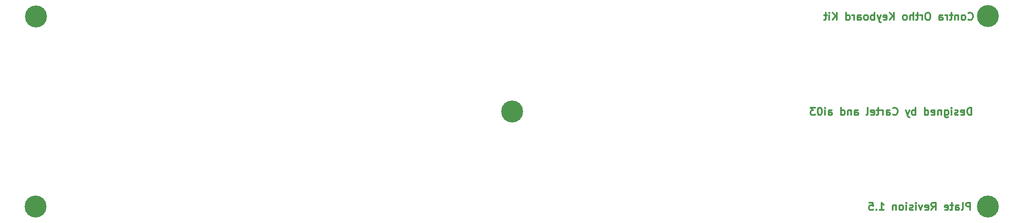
<source format=gbs>
%TF.GenerationSoftware,KiCad,Pcbnew,4.0.7*%
%TF.CreationDate,2018-01-16T00:50:28-08:00*%
%TF.ProjectId,DanckTopPlate,44616E636B546F70506C6174652E6B69,rev?*%
%TF.FileFunction,Soldermask,Bot*%
%FSLAX46Y46*%
G04 Gerber Fmt 4.6, Leading zero omitted, Abs format (unit mm)*
G04 Created by KiCad (PCBNEW 4.0.7) date 01/16/18 00:50:28*
%MOMM*%
%LPD*%
G01*
G04 APERTURE LIST*
%ADD10C,0.100000*%
%ADD11C,0.300000*%
%ADD12C,4.400000*%
G04 APERTURE END LIST*
D10*
D11*
X242898142Y-125138571D02*
X242898142Y-123638571D01*
X242326714Y-123638571D01*
X242183856Y-123710000D01*
X242112428Y-123781429D01*
X242040999Y-123924286D01*
X242040999Y-124138571D01*
X242112428Y-124281429D01*
X242183856Y-124352857D01*
X242326714Y-124424286D01*
X242898142Y-124424286D01*
X241183856Y-125138571D02*
X241326714Y-125067143D01*
X241398142Y-124924286D01*
X241398142Y-123638571D01*
X239969571Y-125138571D02*
X239969571Y-124352857D01*
X240041000Y-124210000D01*
X240183857Y-124138571D01*
X240469571Y-124138571D01*
X240612428Y-124210000D01*
X239969571Y-125067143D02*
X240112428Y-125138571D01*
X240469571Y-125138571D01*
X240612428Y-125067143D01*
X240683857Y-124924286D01*
X240683857Y-124781429D01*
X240612428Y-124638571D01*
X240469571Y-124567143D01*
X240112428Y-124567143D01*
X239969571Y-124495714D01*
X239469571Y-124138571D02*
X238898142Y-124138571D01*
X239255285Y-123638571D02*
X239255285Y-124924286D01*
X239183857Y-125067143D01*
X239040999Y-125138571D01*
X238898142Y-125138571D01*
X237826714Y-125067143D02*
X237969571Y-125138571D01*
X238255285Y-125138571D01*
X238398142Y-125067143D01*
X238469571Y-124924286D01*
X238469571Y-124352857D01*
X238398142Y-124210000D01*
X238255285Y-124138571D01*
X237969571Y-124138571D01*
X237826714Y-124210000D01*
X237755285Y-124352857D01*
X237755285Y-124495714D01*
X238469571Y-124638571D01*
X235112428Y-125138571D02*
X235612428Y-124424286D01*
X235969571Y-125138571D02*
X235969571Y-123638571D01*
X235398143Y-123638571D01*
X235255285Y-123710000D01*
X235183857Y-123781429D01*
X235112428Y-123924286D01*
X235112428Y-124138571D01*
X235183857Y-124281429D01*
X235255285Y-124352857D01*
X235398143Y-124424286D01*
X235969571Y-124424286D01*
X233898143Y-125067143D02*
X234041000Y-125138571D01*
X234326714Y-125138571D01*
X234469571Y-125067143D01*
X234541000Y-124924286D01*
X234541000Y-124352857D01*
X234469571Y-124210000D01*
X234326714Y-124138571D01*
X234041000Y-124138571D01*
X233898143Y-124210000D01*
X233826714Y-124352857D01*
X233826714Y-124495714D01*
X234541000Y-124638571D01*
X233326714Y-124138571D02*
X232969571Y-125138571D01*
X232612429Y-124138571D01*
X232041000Y-125138571D02*
X232041000Y-124138571D01*
X232041000Y-123638571D02*
X232112429Y-123710000D01*
X232041000Y-123781429D01*
X231969572Y-123710000D01*
X232041000Y-123638571D01*
X232041000Y-123781429D01*
X231398143Y-125067143D02*
X231255286Y-125138571D01*
X230969571Y-125138571D01*
X230826714Y-125067143D01*
X230755286Y-124924286D01*
X230755286Y-124852857D01*
X230826714Y-124710000D01*
X230969571Y-124638571D01*
X231183857Y-124638571D01*
X231326714Y-124567143D01*
X231398143Y-124424286D01*
X231398143Y-124352857D01*
X231326714Y-124210000D01*
X231183857Y-124138571D01*
X230969571Y-124138571D01*
X230826714Y-124210000D01*
X230112428Y-125138571D02*
X230112428Y-124138571D01*
X230112428Y-123638571D02*
X230183857Y-123710000D01*
X230112428Y-123781429D01*
X230041000Y-123710000D01*
X230112428Y-123638571D01*
X230112428Y-123781429D01*
X229183856Y-125138571D02*
X229326714Y-125067143D01*
X229398142Y-124995714D01*
X229469571Y-124852857D01*
X229469571Y-124424286D01*
X229398142Y-124281429D01*
X229326714Y-124210000D01*
X229183856Y-124138571D01*
X228969571Y-124138571D01*
X228826714Y-124210000D01*
X228755285Y-124281429D01*
X228683856Y-124424286D01*
X228683856Y-124852857D01*
X228755285Y-124995714D01*
X228826714Y-125067143D01*
X228969571Y-125138571D01*
X229183856Y-125138571D01*
X228040999Y-124138571D02*
X228040999Y-125138571D01*
X228040999Y-124281429D02*
X227969571Y-124210000D01*
X227826713Y-124138571D01*
X227612428Y-124138571D01*
X227469571Y-124210000D01*
X227398142Y-124352857D01*
X227398142Y-125138571D01*
X224755285Y-125138571D02*
X225612428Y-125138571D01*
X225183856Y-125138571D02*
X225183856Y-123638571D01*
X225326713Y-123852857D01*
X225469571Y-123995714D01*
X225612428Y-124067143D01*
X224112428Y-124995714D02*
X224041000Y-125067143D01*
X224112428Y-125138571D01*
X224183857Y-125067143D01*
X224112428Y-124995714D01*
X224112428Y-125138571D01*
X222683856Y-123638571D02*
X223398142Y-123638571D01*
X223469571Y-124352857D01*
X223398142Y-124281429D01*
X223255285Y-124210000D01*
X222898142Y-124210000D01*
X222755285Y-124281429D01*
X222683856Y-124352857D01*
X222612428Y-124495714D01*
X222612428Y-124852857D01*
X222683856Y-124995714D01*
X222755285Y-125067143D01*
X222898142Y-125138571D01*
X223255285Y-125138571D01*
X223398142Y-125067143D01*
X223469571Y-124995714D01*
X243147428Y-106088571D02*
X243147428Y-104588571D01*
X242790285Y-104588571D01*
X242576000Y-104660000D01*
X242433142Y-104802857D01*
X242361714Y-104945714D01*
X242290285Y-105231429D01*
X242290285Y-105445714D01*
X242361714Y-105731429D01*
X242433142Y-105874286D01*
X242576000Y-106017143D01*
X242790285Y-106088571D01*
X243147428Y-106088571D01*
X241076000Y-106017143D02*
X241218857Y-106088571D01*
X241504571Y-106088571D01*
X241647428Y-106017143D01*
X241718857Y-105874286D01*
X241718857Y-105302857D01*
X241647428Y-105160000D01*
X241504571Y-105088571D01*
X241218857Y-105088571D01*
X241076000Y-105160000D01*
X241004571Y-105302857D01*
X241004571Y-105445714D01*
X241718857Y-105588571D01*
X240433143Y-106017143D02*
X240290286Y-106088571D01*
X240004571Y-106088571D01*
X239861714Y-106017143D01*
X239790286Y-105874286D01*
X239790286Y-105802857D01*
X239861714Y-105660000D01*
X240004571Y-105588571D01*
X240218857Y-105588571D01*
X240361714Y-105517143D01*
X240433143Y-105374286D01*
X240433143Y-105302857D01*
X240361714Y-105160000D01*
X240218857Y-105088571D01*
X240004571Y-105088571D01*
X239861714Y-105160000D01*
X239147428Y-106088571D02*
X239147428Y-105088571D01*
X239147428Y-104588571D02*
X239218857Y-104660000D01*
X239147428Y-104731429D01*
X239076000Y-104660000D01*
X239147428Y-104588571D01*
X239147428Y-104731429D01*
X237790285Y-105088571D02*
X237790285Y-106302857D01*
X237861714Y-106445714D01*
X237933142Y-106517143D01*
X238075999Y-106588571D01*
X238290285Y-106588571D01*
X238433142Y-106517143D01*
X237790285Y-106017143D02*
X237933142Y-106088571D01*
X238218856Y-106088571D01*
X238361714Y-106017143D01*
X238433142Y-105945714D01*
X238504571Y-105802857D01*
X238504571Y-105374286D01*
X238433142Y-105231429D01*
X238361714Y-105160000D01*
X238218856Y-105088571D01*
X237933142Y-105088571D01*
X237790285Y-105160000D01*
X237075999Y-105088571D02*
X237075999Y-106088571D01*
X237075999Y-105231429D02*
X237004571Y-105160000D01*
X236861713Y-105088571D01*
X236647428Y-105088571D01*
X236504571Y-105160000D01*
X236433142Y-105302857D01*
X236433142Y-106088571D01*
X235147428Y-106017143D02*
X235290285Y-106088571D01*
X235575999Y-106088571D01*
X235718856Y-106017143D01*
X235790285Y-105874286D01*
X235790285Y-105302857D01*
X235718856Y-105160000D01*
X235575999Y-105088571D01*
X235290285Y-105088571D01*
X235147428Y-105160000D01*
X235075999Y-105302857D01*
X235075999Y-105445714D01*
X235790285Y-105588571D01*
X233790285Y-106088571D02*
X233790285Y-104588571D01*
X233790285Y-106017143D02*
X233933142Y-106088571D01*
X234218856Y-106088571D01*
X234361714Y-106017143D01*
X234433142Y-105945714D01*
X234504571Y-105802857D01*
X234504571Y-105374286D01*
X234433142Y-105231429D01*
X234361714Y-105160000D01*
X234218856Y-105088571D01*
X233933142Y-105088571D01*
X233790285Y-105160000D01*
X231933142Y-106088571D02*
X231933142Y-104588571D01*
X231933142Y-105160000D02*
X231790285Y-105088571D01*
X231504571Y-105088571D01*
X231361714Y-105160000D01*
X231290285Y-105231429D01*
X231218856Y-105374286D01*
X231218856Y-105802857D01*
X231290285Y-105945714D01*
X231361714Y-106017143D01*
X231504571Y-106088571D01*
X231790285Y-106088571D01*
X231933142Y-106017143D01*
X230718856Y-105088571D02*
X230361713Y-106088571D01*
X230004571Y-105088571D02*
X230361713Y-106088571D01*
X230504571Y-106445714D01*
X230575999Y-106517143D01*
X230718856Y-106588571D01*
X227433142Y-105945714D02*
X227504571Y-106017143D01*
X227718857Y-106088571D01*
X227861714Y-106088571D01*
X228075999Y-106017143D01*
X228218857Y-105874286D01*
X228290285Y-105731429D01*
X228361714Y-105445714D01*
X228361714Y-105231429D01*
X228290285Y-104945714D01*
X228218857Y-104802857D01*
X228075999Y-104660000D01*
X227861714Y-104588571D01*
X227718857Y-104588571D01*
X227504571Y-104660000D01*
X227433142Y-104731429D01*
X226147428Y-106088571D02*
X226147428Y-105302857D01*
X226218857Y-105160000D01*
X226361714Y-105088571D01*
X226647428Y-105088571D01*
X226790285Y-105160000D01*
X226147428Y-106017143D02*
X226290285Y-106088571D01*
X226647428Y-106088571D01*
X226790285Y-106017143D01*
X226861714Y-105874286D01*
X226861714Y-105731429D01*
X226790285Y-105588571D01*
X226647428Y-105517143D01*
X226290285Y-105517143D01*
X226147428Y-105445714D01*
X225433142Y-106088571D02*
X225433142Y-105088571D01*
X225433142Y-105374286D02*
X225361714Y-105231429D01*
X225290285Y-105160000D01*
X225147428Y-105088571D01*
X225004571Y-105088571D01*
X224718857Y-105088571D02*
X224147428Y-105088571D01*
X224504571Y-104588571D02*
X224504571Y-105874286D01*
X224433143Y-106017143D01*
X224290285Y-106088571D01*
X224147428Y-106088571D01*
X223076000Y-106017143D02*
X223218857Y-106088571D01*
X223504571Y-106088571D01*
X223647428Y-106017143D01*
X223718857Y-105874286D01*
X223718857Y-105302857D01*
X223647428Y-105160000D01*
X223504571Y-105088571D01*
X223218857Y-105088571D01*
X223076000Y-105160000D01*
X223004571Y-105302857D01*
X223004571Y-105445714D01*
X223718857Y-105588571D01*
X222147428Y-106088571D02*
X222290286Y-106017143D01*
X222361714Y-105874286D01*
X222361714Y-104588571D01*
X219790286Y-106088571D02*
X219790286Y-105302857D01*
X219861715Y-105160000D01*
X220004572Y-105088571D01*
X220290286Y-105088571D01*
X220433143Y-105160000D01*
X219790286Y-106017143D02*
X219933143Y-106088571D01*
X220290286Y-106088571D01*
X220433143Y-106017143D01*
X220504572Y-105874286D01*
X220504572Y-105731429D01*
X220433143Y-105588571D01*
X220290286Y-105517143D01*
X219933143Y-105517143D01*
X219790286Y-105445714D01*
X219076000Y-105088571D02*
X219076000Y-106088571D01*
X219076000Y-105231429D02*
X219004572Y-105160000D01*
X218861714Y-105088571D01*
X218647429Y-105088571D01*
X218504572Y-105160000D01*
X218433143Y-105302857D01*
X218433143Y-106088571D01*
X217076000Y-106088571D02*
X217076000Y-104588571D01*
X217076000Y-106017143D02*
X217218857Y-106088571D01*
X217504571Y-106088571D01*
X217647429Y-106017143D01*
X217718857Y-105945714D01*
X217790286Y-105802857D01*
X217790286Y-105374286D01*
X217718857Y-105231429D01*
X217647429Y-105160000D01*
X217504571Y-105088571D01*
X217218857Y-105088571D01*
X217076000Y-105160000D01*
X214576000Y-106088571D02*
X214576000Y-105302857D01*
X214647429Y-105160000D01*
X214790286Y-105088571D01*
X215076000Y-105088571D01*
X215218857Y-105160000D01*
X214576000Y-106017143D02*
X214718857Y-106088571D01*
X215076000Y-106088571D01*
X215218857Y-106017143D01*
X215290286Y-105874286D01*
X215290286Y-105731429D01*
X215218857Y-105588571D01*
X215076000Y-105517143D01*
X214718857Y-105517143D01*
X214576000Y-105445714D01*
X213861714Y-106088571D02*
X213861714Y-105088571D01*
X213861714Y-104588571D02*
X213933143Y-104660000D01*
X213861714Y-104731429D01*
X213790286Y-104660000D01*
X213861714Y-104588571D01*
X213861714Y-104731429D01*
X212861714Y-104588571D02*
X212718857Y-104588571D01*
X212576000Y-104660000D01*
X212504571Y-104731429D01*
X212433142Y-104874286D01*
X212361714Y-105160000D01*
X212361714Y-105517143D01*
X212433142Y-105802857D01*
X212504571Y-105945714D01*
X212576000Y-106017143D01*
X212718857Y-106088571D01*
X212861714Y-106088571D01*
X213004571Y-106017143D01*
X213076000Y-105945714D01*
X213147428Y-105802857D01*
X213218857Y-105517143D01*
X213218857Y-105160000D01*
X213147428Y-104874286D01*
X213076000Y-104731429D01*
X213004571Y-104660000D01*
X212861714Y-104588571D01*
X211861714Y-104588571D02*
X210933143Y-104588571D01*
X211433143Y-105160000D01*
X211218857Y-105160000D01*
X211076000Y-105231429D01*
X211004571Y-105302857D01*
X210933143Y-105445714D01*
X210933143Y-105802857D01*
X211004571Y-105945714D01*
X211076000Y-106017143D01*
X211218857Y-106088571D01*
X211647429Y-106088571D01*
X211790286Y-106017143D01*
X211861714Y-105945714D01*
X242492857Y-86895714D02*
X242564286Y-86967143D01*
X242778572Y-87038571D01*
X242921429Y-87038571D01*
X243135714Y-86967143D01*
X243278572Y-86824286D01*
X243350000Y-86681429D01*
X243421429Y-86395714D01*
X243421429Y-86181429D01*
X243350000Y-85895714D01*
X243278572Y-85752857D01*
X243135714Y-85610000D01*
X242921429Y-85538571D01*
X242778572Y-85538571D01*
X242564286Y-85610000D01*
X242492857Y-85681429D01*
X241635714Y-87038571D02*
X241778572Y-86967143D01*
X241850000Y-86895714D01*
X241921429Y-86752857D01*
X241921429Y-86324286D01*
X241850000Y-86181429D01*
X241778572Y-86110000D01*
X241635714Y-86038571D01*
X241421429Y-86038571D01*
X241278572Y-86110000D01*
X241207143Y-86181429D01*
X241135714Y-86324286D01*
X241135714Y-86752857D01*
X241207143Y-86895714D01*
X241278572Y-86967143D01*
X241421429Y-87038571D01*
X241635714Y-87038571D01*
X240492857Y-86038571D02*
X240492857Y-87038571D01*
X240492857Y-86181429D02*
X240421429Y-86110000D01*
X240278571Y-86038571D01*
X240064286Y-86038571D01*
X239921429Y-86110000D01*
X239850000Y-86252857D01*
X239850000Y-87038571D01*
X239350000Y-86038571D02*
X238778571Y-86038571D01*
X239135714Y-85538571D02*
X239135714Y-86824286D01*
X239064286Y-86967143D01*
X238921428Y-87038571D01*
X238778571Y-87038571D01*
X238278571Y-87038571D02*
X238278571Y-86038571D01*
X238278571Y-86324286D02*
X238207143Y-86181429D01*
X238135714Y-86110000D01*
X237992857Y-86038571D01*
X237850000Y-86038571D01*
X236707143Y-87038571D02*
X236707143Y-86252857D01*
X236778572Y-86110000D01*
X236921429Y-86038571D01*
X237207143Y-86038571D01*
X237350000Y-86110000D01*
X236707143Y-86967143D02*
X236850000Y-87038571D01*
X237207143Y-87038571D01*
X237350000Y-86967143D01*
X237421429Y-86824286D01*
X237421429Y-86681429D01*
X237350000Y-86538571D01*
X237207143Y-86467143D01*
X236850000Y-86467143D01*
X236707143Y-86395714D01*
X234564286Y-85538571D02*
X234278572Y-85538571D01*
X234135714Y-85610000D01*
X233992857Y-85752857D01*
X233921429Y-86038571D01*
X233921429Y-86538571D01*
X233992857Y-86824286D01*
X234135714Y-86967143D01*
X234278572Y-87038571D01*
X234564286Y-87038571D01*
X234707143Y-86967143D01*
X234850000Y-86824286D01*
X234921429Y-86538571D01*
X234921429Y-86038571D01*
X234850000Y-85752857D01*
X234707143Y-85610000D01*
X234564286Y-85538571D01*
X233278571Y-87038571D02*
X233278571Y-86038571D01*
X233278571Y-86324286D02*
X233207143Y-86181429D01*
X233135714Y-86110000D01*
X232992857Y-86038571D01*
X232850000Y-86038571D01*
X232564286Y-86038571D02*
X231992857Y-86038571D01*
X232350000Y-85538571D02*
X232350000Y-86824286D01*
X232278572Y-86967143D01*
X232135714Y-87038571D01*
X231992857Y-87038571D01*
X231492857Y-87038571D02*
X231492857Y-85538571D01*
X230850000Y-87038571D02*
X230850000Y-86252857D01*
X230921429Y-86110000D01*
X231064286Y-86038571D01*
X231278571Y-86038571D01*
X231421429Y-86110000D01*
X231492857Y-86181429D01*
X229921428Y-87038571D02*
X230064286Y-86967143D01*
X230135714Y-86895714D01*
X230207143Y-86752857D01*
X230207143Y-86324286D01*
X230135714Y-86181429D01*
X230064286Y-86110000D01*
X229921428Y-86038571D01*
X229707143Y-86038571D01*
X229564286Y-86110000D01*
X229492857Y-86181429D01*
X229421428Y-86324286D01*
X229421428Y-86752857D01*
X229492857Y-86895714D01*
X229564286Y-86967143D01*
X229707143Y-87038571D01*
X229921428Y-87038571D01*
X227635714Y-87038571D02*
X227635714Y-85538571D01*
X226778571Y-87038571D02*
X227421428Y-86181429D01*
X226778571Y-85538571D02*
X227635714Y-86395714D01*
X225564286Y-86967143D02*
X225707143Y-87038571D01*
X225992857Y-87038571D01*
X226135714Y-86967143D01*
X226207143Y-86824286D01*
X226207143Y-86252857D01*
X226135714Y-86110000D01*
X225992857Y-86038571D01*
X225707143Y-86038571D01*
X225564286Y-86110000D01*
X225492857Y-86252857D01*
X225492857Y-86395714D01*
X226207143Y-86538571D01*
X224992857Y-86038571D02*
X224635714Y-87038571D01*
X224278572Y-86038571D02*
X224635714Y-87038571D01*
X224778572Y-87395714D01*
X224850000Y-87467143D01*
X224992857Y-87538571D01*
X223707143Y-87038571D02*
X223707143Y-85538571D01*
X223707143Y-86110000D02*
X223564286Y-86038571D01*
X223278572Y-86038571D01*
X223135715Y-86110000D01*
X223064286Y-86181429D01*
X222992857Y-86324286D01*
X222992857Y-86752857D01*
X223064286Y-86895714D01*
X223135715Y-86967143D01*
X223278572Y-87038571D01*
X223564286Y-87038571D01*
X223707143Y-86967143D01*
X222135714Y-87038571D02*
X222278572Y-86967143D01*
X222350000Y-86895714D01*
X222421429Y-86752857D01*
X222421429Y-86324286D01*
X222350000Y-86181429D01*
X222278572Y-86110000D01*
X222135714Y-86038571D01*
X221921429Y-86038571D01*
X221778572Y-86110000D01*
X221707143Y-86181429D01*
X221635714Y-86324286D01*
X221635714Y-86752857D01*
X221707143Y-86895714D01*
X221778572Y-86967143D01*
X221921429Y-87038571D01*
X222135714Y-87038571D01*
X220350000Y-87038571D02*
X220350000Y-86252857D01*
X220421429Y-86110000D01*
X220564286Y-86038571D01*
X220850000Y-86038571D01*
X220992857Y-86110000D01*
X220350000Y-86967143D02*
X220492857Y-87038571D01*
X220850000Y-87038571D01*
X220992857Y-86967143D01*
X221064286Y-86824286D01*
X221064286Y-86681429D01*
X220992857Y-86538571D01*
X220850000Y-86467143D01*
X220492857Y-86467143D01*
X220350000Y-86395714D01*
X219635714Y-87038571D02*
X219635714Y-86038571D01*
X219635714Y-86324286D02*
X219564286Y-86181429D01*
X219492857Y-86110000D01*
X219350000Y-86038571D01*
X219207143Y-86038571D01*
X218064286Y-87038571D02*
X218064286Y-85538571D01*
X218064286Y-86967143D02*
X218207143Y-87038571D01*
X218492857Y-87038571D01*
X218635715Y-86967143D01*
X218707143Y-86895714D01*
X218778572Y-86752857D01*
X218778572Y-86324286D01*
X218707143Y-86181429D01*
X218635715Y-86110000D01*
X218492857Y-86038571D01*
X218207143Y-86038571D01*
X218064286Y-86110000D01*
X216207143Y-87038571D02*
X216207143Y-85538571D01*
X215350000Y-87038571D02*
X215992857Y-86181429D01*
X215350000Y-85538571D02*
X216207143Y-86395714D01*
X214707143Y-87038571D02*
X214707143Y-86038571D01*
X214707143Y-85538571D02*
X214778572Y-85610000D01*
X214707143Y-85681429D01*
X214635715Y-85610000D01*
X214707143Y-85538571D01*
X214707143Y-85681429D01*
X214207143Y-86038571D02*
X213635714Y-86038571D01*
X213992857Y-85538571D02*
X213992857Y-86824286D01*
X213921429Y-86967143D01*
X213778571Y-87038571D01*
X213635714Y-87038571D01*
D12*
X56007000Y-86360000D03*
X55880000Y-124460000D03*
X151257000Y-105410000D03*
X246380000Y-86233000D03*
X246380000Y-124460000D03*
M02*

</source>
